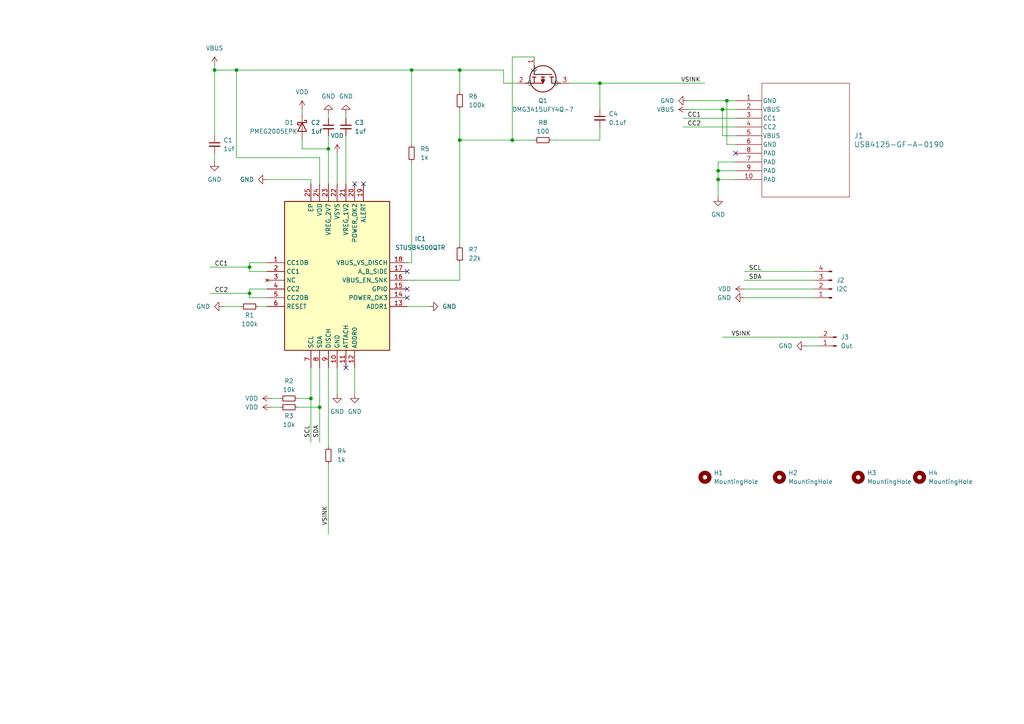
<source format=kicad_sch>
(kicad_sch (version 20230121) (generator eeschema)
  (paper "A4")
  (lib_symbols
    (symbol "Connector:Conn_01x02_Pin" (pin_names (offset 1.016) hide)
      (property "Reference" "J" (at 0 2.54 0))
      (property "Value" "Conn_01x02_Pin" (at 0 -5.08 0))
      (symbol "Conn_01x02_Pin_1_1"
        (polyline (pts (xy 1.27 -2.54) (xy 0.8636 -2.54)) (stroke (width 0.1524)))
        (polyline (pts (xy 1.27 0) (xy 0.8636 0)) (stroke (width 0.1524)))
        (rectangle (start 0.8636 -2.413) (end 0 -2.667) (stroke (width 0.1524)) (fill (type outline)))
        (rectangle (start 0.8636 0.127) (end 0 -0.127) (stroke (width 0.1524)) (fill (type outline)))
        (pin passive line (at 5.08 0 180) (length 3.81) (name "Pin_1") (number "1"))
        (pin passive line (at 5.08 -2.54 180) (length 3.81) (name "Pin_2") (number "2"))
      )
    )
    (symbol "Connector:Conn_01x04_Pin" (pin_names (offset 1.016) hide)
      (property "Reference" "J" (at 0 5.08 0))
      (property "Value" "Conn_01x04_Pin" (at 0 -7.62 0))
      (symbol "Conn_01x04_Pin_1_1"
        (polyline (pts (xy 1.27 -5.08) (xy 0.8636 -5.08)) (stroke (width 0.1524)))
        (polyline (pts (xy 1.27 -2.54) (xy 0.8636 -2.54)) (stroke (width 0.1524)))
        (polyline (pts (xy 1.27 0) (xy 0.8636 0)) (stroke (width 0.1524)))
        (polyline (pts (xy 1.27 2.54) (xy 0.8636 2.54)) (stroke (width 0.1524)))
        (rectangle (start 0.8636 -4.953) (end 0 -5.207) (stroke (width 0.1524)) (fill (type outline)))
        (rectangle (start 0.8636 -2.413) (end 0 -2.667) (stroke (width 0.1524)) (fill (type outline)))
        (rectangle (start 0.8636 0.127) (end 0 -0.127) (stroke (width 0.1524)) (fill (type outline)))
        (rectangle (start 0.8636 2.667) (end 0 2.413) (stroke (width 0.1524)) (fill (type outline)))
        (pin passive line (at 5.08 2.54 180) (length 3.81) (name "Pin_1") (number "1"))
        (pin passive line (at 5.08 0 180) (length 3.81) (name "Pin_2") (number "2"))
        (pin passive line (at 5.08 -2.54 180) (length 3.81) (name "Pin_3") (number "3"))
        (pin passive line (at 5.08 -5.08 180) (length 3.81) (name "Pin_4") (number "4"))
      )
    )
    (symbol "Device:C_Small" (pin_numbers hide) (pin_names (offset 0.254) hide)
      (property "Reference" "C" (at 0.254 1.778 0))
      (property "Value" "C_Small" (at 0.254 -2.032 0))
      (symbol "C_Small_0_1"
        (polyline (pts (xy -1.524 -0.508) (xy 1.524 -0.508)) (stroke (width 0.3302)))
        (polyline (pts (xy -1.524 0.508) (xy 1.524 0.508)) (stroke (width 0.3048)))
      )
      (symbol "C_Small_1_1"
        (pin passive line (at 0 2.54 270) (length 2.032) (name "~") (number "1"))
        (pin passive line (at 0 -2.54 90) (length 2.032) (name "~") (number "2"))
      )
    )
    (symbol "Device:D_Schottky" (pin_numbers hide) (pin_names (offset 1.016) hide)
      (property "Reference" "D" (at 0 2.54 0))
      (property "Value" "D_Schottky" (at 0 -2.54 0))
      (symbol "D_Schottky_0_1"
        (polyline (pts (xy 1.27 0) (xy -1.27 0)))
        (polyline (pts (xy 1.27 1.27) (xy 1.27 -1.27) (xy -1.27 0) (xy 1.27 1.27)) (stroke (width 0.254)))
        (polyline (pts (xy -1.905 0.635) (xy -1.905 1.27) (xy -1.27 1.27) (xy -1.27 -1.27) (xy -0.635 -1.27) (xy -0.635 -0.635)) (stroke (width 0.254)))
      )
      (symbol "D_Schottky_1_1"
        (pin passive line (at -3.81 0 0) (length 2.54) (name "K") (number "1"))
        (pin passive line (at 3.81 0 180) (length 2.54) (name "A") (number "2"))
      )
    )
    (symbol "Device:R_Small" (pin_numbers hide) (pin_names (offset 0.254) hide)
      (property "Reference" "R" (at 0.762 0.508 0))
      (property "Value" "R_Small" (at 0.762 -1.016 0))
      (symbol "R_Small_0_1"
        (rectangle (start -0.762 1.778) (end 0.762 -1.778) (stroke (width 0.2032)))
      )
      (symbol "R_Small_1_1"
        (pin passive line (at 0 2.54 270) (length 0.762) (name "~") (number "1"))
        (pin passive line (at 0 -2.54 90) (length 0.762) (name "~") (number "2"))
      )
    )
    (symbol "Mechanical:MountingHole" (pin_names (offset 1.016))
      (property "Reference" "H" (at 0 5.08 0))
      (property "Value" "MountingHole" (at 0 3.175 0))
      (symbol "MountingHole_0_1"
        (circle (center 0 0) (radius 1.27) (stroke (width 1.27)))
      )
    )
    (symbol "mosfet:DMG3415UFY4Q-7"
      (property "Reference" "Q" (at 11.43 3.81 0))
      (property "Value" "DMG3415UFY4Q-7" (at 11.43 1.27 0))
      (symbol "DMG3415UFY4Q-7_1_1"
        (polyline (pts (xy 2.54 0) (xy 5.08 0)) (stroke (width 0.254)))
        (polyline (pts (xy 5.08 5.08) (xy 5.08 0)) (stroke (width 0.254)))
        (polyline (pts (xy 5.842 -0.508) (xy 5.842 0.508)) (stroke (width 0.254)))
        (polyline (pts (xy 5.842 0) (xy 7.62 0)) (stroke (width 0.254)))
        (polyline (pts (xy 5.842 2.032) (xy 5.842 3.048)) (stroke (width 0.254)))
        (polyline (pts (xy 5.842 5.588) (xy 5.842 4.572)) (stroke (width 0.254)))
        (polyline (pts (xy 7.62 2.54) (xy 5.842 2.54)) (stroke (width 0.254)))
        (polyline (pts (xy 7.62 2.54) (xy 7.62 -2.54)) (stroke (width 0.254)))
        (polyline (pts (xy 7.62 5.08) (xy 5.842 5.08)) (stroke (width 0.254)))
        (polyline (pts (xy 7.62 5.08) (xy 7.62 7.62)) (stroke (width 0.254)))
        (polyline (pts (xy 7.62 2.54) (xy 6.604 3.048) (xy 6.604 2.032) (xy 7.62 2.54)) (stroke (width 0.254)) (fill (type outline)))
        (circle (center 6.35 2.54) (radius 3.81) (stroke (width 0.254)))
        (pin passive line (at 0 0 0) (length 2.54) (name "G") (number "1"))
        (pin passive line (at 7.62 -5.08 90) (length 2.54) (name "S") (number "2"))
        (pin passive line (at 7.62 10.16 270) (length 2.54) (name "D") (number "3"))
      )
    )
    (symbol "pd-sink:STUSB4500QTR"
      (property "Reference" "IC" (at 36.83 22.86 0))
      (property "Value" "STUSB4500QTR" (at 36.83 20.32 0))
      (symbol "STUSB4500QTR_1_1"
        (rectangle (start 5.08 17.78) (end 35.56 -25.4) (stroke (width 0.254)) (fill (type background)))
        (pin passive line (at 0 0 0) (length 5.08) (name "CC1DB") (number "1"))
        (pin passive line (at 20.32 -30.48 90) (length 5.08) (name "GND") (number "10"))
        (pin passive line (at 22.86 -30.48 90) (length 5.08) (name "ATTACH") (number "11"))
        (pin passive line (at 25.4 -30.48 90) (length 5.08) (name "ADDR0") (number "12"))
        (pin passive line (at 40.64 -12.7 180) (length 5.08) (name "ADDR1") (number "13"))
        (pin passive line (at 40.64 -10.16 180) (length 5.08) (name "POWER_OK3") (number "14"))
        (pin passive line (at 40.64 -7.62 180) (length 5.08) (name "GPIO") (number "15"))
        (pin passive line (at 40.64 -5.08 180) (length 5.08) (name "VBUS_EN_SNK") (number "16"))
        (pin passive line (at 40.64 -2.54 180) (length 5.08) (name "A_B_SIDE") (number "17"))
        (pin passive line (at 40.64 0 180) (length 5.08) (name "VBUS_VS_DISCH") (number "18"))
        (pin passive line (at 27.94 22.86 270) (length 5.08) (name "ALERT") (number "19"))
        (pin passive line (at 0 -2.54 0) (length 5.08) (name "CC1") (number "2"))
        (pin passive line (at 25.4 22.86 270) (length 5.08) (name "POWER_OK2") (number "20"))
        (pin passive line (at 22.86 22.86 270) (length 5.08) (name "VREG_1V2") (number "21"))
        (pin passive line (at 20.32 22.86 270) (length 5.08) (name "VSYS") (number "22"))
        (pin passive line (at 17.78 22.86 270) (length 5.08) (name "VREG_2V7") (number "23"))
        (pin passive line (at 15.24 22.86 270) (length 5.08) (name "VDD") (number "24"))
        (pin passive line (at 12.7 22.86 270) (length 5.08) (name "EP") (number "25"))
        (pin no_connect line (at 0 -5.08 0) (length 5.08) (name "NC") (number "3"))
        (pin passive line (at 0 -7.62 0) (length 5.08) (name "CC2") (number "4"))
        (pin passive line (at 0 -10.16 0) (length 5.08) (name "CC2DB") (number "5"))
        (pin passive line (at 0 -12.7 0) (length 5.08) (name "RESET") (number "6"))
        (pin passive line (at 12.7 -30.48 90) (length 5.08) (name "SCL") (number "7"))
        (pin passive line (at 15.24 -30.48 90) (length 5.08) (name "SDA") (number "8"))
        (pin passive line (at 17.78 -30.48 90) (length 5.08) (name "DISCH") (number "9"))
      )
    )
    (symbol "power:GND" (power) (pin_names (offset 0))
      (property "Value" "GND" (at 0 -3.81 0))
      (symbol "GND_0_1"
        (polyline (pts (xy 0 0) (xy 0 -1.27) (xy 1.27 -1.27) (xy 0 -2.54) (xy -1.27 -1.27) (xy 0 -1.27)))
      )
      (symbol "GND_1_1"
        (pin power_in line (at 0 0 270) (length 0) hide (name "GND") (number "1"))
      )
    )
    (symbol "power:VBUS" (power) (pin_names (offset 0))
      (property "Value" "VBUS" (at 0 3.81 0))
      (symbol "VBUS_0_1"
        (polyline (pts (xy -0.762 1.27) (xy 0 2.54)))
        (polyline (pts (xy 0 0) (xy 0 2.54)))
        (polyline (pts (xy 0 2.54) (xy 0.762 1.27)))
      )
      (symbol "VBUS_1_1"
        (pin power_in line (at 0 0 90) (length 0) hide (name "VBUS") (number "1"))
      )
    )
    (symbol "power:VDD" (power) (pin_names (offset 0))
      (property "Value" "VDD" (at 0 3.81 0))
      (symbol "VDD_0_1"
        (polyline (pts (xy -0.762 1.27) (xy 0 2.54)))
        (polyline (pts (xy 0 0) (xy 0 2.54)))
        (polyline (pts (xy 0 2.54) (xy 0.762 1.27)))
      )
      (symbol "VDD_1_1"
        (pin power_in line (at 0 0 90) (length 0) hide (name "VDD") (number "1"))
      )
    )
    (symbol "usb-conn:USB4125-GF-A-0190" (pin_names (offset 0.254))
      (property "Reference" "J" (at 20.32 10.16 0))
      (property "Value" "USB4125-GF-A-0190" (at 20.32 7.62 0))
      (symbol "USB4125-GF-A-0190_0_1"
        (polyline (pts (xy 7.62 -27.94) (xy 33.02 -27.94)) (stroke (width 0.127)))
        (polyline (pts (xy 7.62 5.08) (xy 7.62 -27.94)) (stroke (width 0.127)))
        (polyline (pts (xy 33.02 -27.94) (xy 33.02 5.08)) (stroke (width 0.127)))
        (polyline (pts (xy 33.02 5.08) (xy 7.62 5.08)) (stroke (width 0.127)))
      )
      (symbol "USB4125-GF-A-0190_1_1"
        (pin power_in line (at 0 0 0) (length 7.62) (name "GND") (number "1"))
        (pin power_in line (at 0 -22.86 0) (length 7.62) (name "PAD") (number "10"))
        (pin power_in line (at 0 -2.54 0) (length 7.62) (name "VBUS") (number "2"))
        (pin open_emitter line (at 0 -5.08 0) (length 7.62) (name "CC1") (number "3"))
        (pin open_emitter line (at 0 -7.62 0) (length 7.62) (name "CC2") (number "4"))
        (pin power_in line (at 0 -10.16 0) (length 7.62) (name "VBUS") (number "5"))
        (pin power_in line (at 0 -12.7 0) (length 7.62) (name "GND") (number "6"))
        (pin power_in line (at 0 -17.78 0) (length 7.62) (name "PAD") (number "7"))
        (pin power_in line (at 0 -15.24 0) (length 7.62) (name "PAD") (number "8"))
        (pin power_in line (at 0 -20.32 0) (length 7.62) (name "PAD") (number "9"))
      )
    )
  )
  (junction (at 68.58 20.32))
  (junction (at 119.38 20.32))
  (junction (at 210.82 29.21))
  (junction (at 95.25 43.18))
  (junction (at 208.28 49.53))
  (junction (at 72.39 85.09))
  (junction (at 62.23 20.32))
  (junction (at 148.59 40.64))
  (junction (at 72.39 77.47))
  (junction (at 92.71 118.11))
  (junction (at 133.35 40.64))
  (junction (at 208.28 52.07))
  (junction (at 209.55 31.75))
  (junction (at 173.99 24.13))
  (junction (at 133.35 20.32))
  (junction (at 90.17 115.57))
  (no_connect (at 213.36 44.45))
  (no_connect (at 105.41 53.34))
  (no_connect (at 118.11 78.74))
  (no_connect (at 118.11 86.36))
  (no_connect (at 102.87 53.34))
  (no_connect (at 118.11 83.82))
  (no_connect (at 100.33 106.68))
  (wire (pts (xy 90.17 115.57) (xy 90.17 128.27)))
  (wire (pts (xy 97.79 44.45) (xy 97.79 53.34)))
  (wire (pts (xy 215.9 83.82) (xy 236.22 83.82)))
  (wire (pts (xy 210.82 41.91) (xy 210.82 29.21)))
  (wire (pts (xy 119.38 20.32) (xy 119.38 41.91)))
  (wire (pts (xy 119.38 76.2) (xy 119.38 46.99)))
  (wire (pts (xy 62.23 19.05) (xy 62.23 20.32)))
  (wire (pts (xy 77.47 83.82) (xy 72.39 83.82)))
  (wire (pts (xy 62.23 44.45) (xy 62.23 46.99)))
  (wire (pts (xy 215.9 78.74) (xy 236.22 78.74)))
  (wire (pts (xy 95.25 43.18) (xy 95.25 53.34)))
  (wire (pts (xy 102.87 106.68) (xy 102.87 114.3)))
  (wire (pts (xy 208.28 52.07) (xy 208.28 57.15)))
  (wire (pts (xy 148.59 16.51) (xy 148.59 40.64)))
  (wire (pts (xy 64.77 88.9) (xy 69.85 88.9)))
  (wire (pts (xy 62.23 20.32) (xy 68.58 20.32)))
  (wire (pts (xy 209.55 39.37) (xy 209.55 31.75)))
  (wire (pts (xy 198.12 36.83) (xy 213.36 36.83)))
  (wire (pts (xy 86.36 115.57) (xy 90.17 115.57)))
  (wire (pts (xy 215.9 86.36) (xy 236.22 86.36)))
  (wire (pts (xy 72.39 83.82) (xy 72.39 85.09)))
  (wire (pts (xy 77.47 76.2) (xy 72.39 76.2)))
  (wire (pts (xy 208.28 46.99) (xy 213.36 46.99)))
  (wire (pts (xy 199.39 29.21) (xy 210.82 29.21)))
  (wire (pts (xy 133.35 40.64) (xy 148.59 40.64)))
  (wire (pts (xy 95.25 134.62) (xy 95.25 154.94)))
  (wire (pts (xy 208.28 49.53) (xy 208.28 52.07)))
  (wire (pts (xy 146.05 20.32) (xy 133.35 20.32)))
  (wire (pts (xy 87.63 43.18) (xy 95.25 43.18)))
  (wire (pts (xy 60.96 77.47) (xy 72.39 77.47)))
  (wire (pts (xy 118.11 76.2) (xy 119.38 76.2)))
  (wire (pts (xy 95.25 33.02) (xy 95.25 34.29)))
  (wire (pts (xy 173.99 36.83) (xy 173.99 40.64)))
  (wire (pts (xy 133.35 40.64) (xy 133.35 71.12)))
  (wire (pts (xy 87.63 31.75) (xy 87.63 33.02)))
  (wire (pts (xy 90.17 53.34) (xy 90.17 52.07)))
  (wire (pts (xy 68.58 20.32) (xy 119.38 20.32)))
  (wire (pts (xy 119.38 20.32) (xy 133.35 20.32)))
  (wire (pts (xy 199.39 31.75) (xy 209.55 31.75)))
  (wire (pts (xy 90.17 106.68) (xy 90.17 115.57)))
  (wire (pts (xy 74.93 88.9) (xy 77.47 88.9)))
  (wire (pts (xy 92.71 118.11) (xy 92.71 128.27)))
  (wire (pts (xy 208.28 49.53) (xy 213.36 49.53)))
  (wire (pts (xy 87.63 40.64) (xy 87.63 43.18)))
  (wire (pts (xy 92.71 53.34) (xy 92.71 45.72)))
  (wire (pts (xy 154.94 16.51) (xy 148.59 16.51)))
  (wire (pts (xy 210.82 29.21) (xy 213.36 29.21)))
  (wire (pts (xy 146.05 24.13) (xy 146.05 20.32)))
  (wire (pts (xy 72.39 85.09) (xy 72.39 86.36)))
  (wire (pts (xy 233.68 100.33) (xy 237.49 100.33)))
  (wire (pts (xy 149.86 24.13) (xy 146.05 24.13)))
  (wire (pts (xy 133.35 81.28) (xy 133.35 76.2)))
  (wire (pts (xy 173.99 24.13) (xy 204.47 24.13)))
  (wire (pts (xy 86.36 118.11) (xy 92.71 118.11)))
  (wire (pts (xy 95.25 106.68) (xy 95.25 129.54)))
  (wire (pts (xy 118.11 88.9) (xy 124.46 88.9)))
  (wire (pts (xy 72.39 78.74) (xy 77.47 78.74)))
  (wire (pts (xy 95.25 39.37) (xy 95.25 43.18)))
  (wire (pts (xy 213.36 39.37) (xy 209.55 39.37)))
  (wire (pts (xy 72.39 77.47) (xy 72.39 78.74)))
  (wire (pts (xy 215.9 81.28) (xy 236.22 81.28)))
  (wire (pts (xy 100.33 33.02) (xy 100.33 34.29)))
  (wire (pts (xy 92.71 106.68) (xy 92.71 118.11)))
  (wire (pts (xy 92.71 45.72) (xy 68.58 45.72)))
  (wire (pts (xy 118.11 81.28) (xy 133.35 81.28)))
  (wire (pts (xy 62.23 20.32) (xy 62.23 39.37)))
  (wire (pts (xy 68.58 45.72) (xy 68.58 20.32)))
  (wire (pts (xy 72.39 86.36) (xy 77.47 86.36)))
  (wire (pts (xy 198.12 34.29) (xy 213.36 34.29)))
  (wire (pts (xy 133.35 31.75) (xy 133.35 40.64)))
  (wire (pts (xy 90.17 52.07) (xy 77.47 52.07)))
  (wire (pts (xy 72.39 76.2) (xy 72.39 77.47)))
  (wire (pts (xy 173.99 40.64) (xy 160.02 40.64)))
  (wire (pts (xy 148.59 40.64) (xy 154.94 40.64)))
  (wire (pts (xy 208.28 46.99) (xy 208.28 49.53)))
  (wire (pts (xy 100.33 39.37) (xy 100.33 53.34)))
  (wire (pts (xy 209.55 97.79) (xy 237.49 97.79)))
  (wire (pts (xy 97.79 106.68) (xy 97.79 114.3)))
  (wire (pts (xy 173.99 24.13) (xy 173.99 31.75)))
  (wire (pts (xy 213.36 41.91) (xy 210.82 41.91)))
  (wire (pts (xy 133.35 20.32) (xy 133.35 26.67)))
  (wire (pts (xy 165.1 24.13) (xy 173.99 24.13)))
  (wire (pts (xy 78.74 118.11) (xy 81.28 118.11)))
  (wire (pts (xy 60.96 85.09) (xy 72.39 85.09)))
  (wire (pts (xy 209.55 31.75) (xy 213.36 31.75)))
  (wire (pts (xy 208.28 52.07) (xy 213.36 52.07)))
  (wire (pts (xy 78.74 115.57) (xy 81.28 115.57)))
  (label "CC1" (at 199.39 34.29 0))
  (label "VSINK" (at 203.2 24.13 180))
  (label "SCL" (at 90.17 127 90))
  (label "SCL" (at 217.17 78.74 0))
  (label "VSINK" (at 95.25 152.4 90))
  (label "CC1" (at 62.23 77.47 0))
  (label "VSINK" (at 212.09 97.79 0))
  (label "CC2" (at 199.39 36.83 0))
  (label "SDA" (at 92.71 127 90))
  (label "SDA" (at 217.17 81.28 0))
  (label "CC2" (at 62.23 85.09 0))
  (symbol (lib_id "Device:R_Small") (at 119.38 44.45 0) (unit 1)
    (property "Reference" "R5" (at 121.92 43.18 0) (effects (justify left)))
    (property "Value" "1k" (at 121.92 45.72 0) (effects (justify left)))
    (property "Footprint" "Resistor_SMD:R_0603_1608Metric" (effects hide))
  )
  (symbol (lib_id "Connector:Conn_01x02_Pin") (at 242.57 100.33 180) (unit 1)
    (property "Reference" "J3" (at 243.84 97.79 0) (effects (justify right)))
    (property "Value" "Out" (at 243.84 100.33 0) (effects (justify right)))
    (property "Footprint" "Connector_JST:JST_XA_B02B-XASK-1_1x02_P2.50mm_Vertical" (effects hide))
  )
  (symbol (lib_id "Device:R_Small") (at 83.82 115.57 90) (unit 1)
    (property "Reference" "R2" (at 83.82 110.49 90))
    (property "Value" "10k" (at 83.82 113.03 90))
    (property "Footprint" "Resistor_SMD:R_0603_1608Metric" (effects hide))
  )
  (symbol (lib_id "power:VDD") (at 78.74 115.57 90) (unit 1)
    (property "Reference" "#PWR05" (effects hide))
    (property "Value" "VDD" (at 74.93 115.57 90) (effects (justify left)))
  )
  (symbol (lib_id "Device:R_Small") (at 95.25 132.08 0) (unit 1)
    (property "Reference" "R4" (at 97.79 130.81 0) (effects (justify left)))
    (property "Value" "1k" (at 97.79 133.35 0) (effects (justify left)))
    (property "Footprint" "Resistor_SMD:R_0603_1608Metric" (effects hide))
  )
  (symbol (lib_id "power:GND") (at 208.28 57.15 0) (unit 1)
    (property "Reference" "#PWR016" (effects hide))
    (property "Value" "GND" (at 208.28 62.23 0))
  )
  (symbol (lib_id "Device:R_Small") (at 83.82 118.11 270) (unit 1)
    (property "Reference" "R3" (at 83.82 120.65 90))
    (property "Value" "10k" (at 83.82 123.19 90))
    (property "Footprint" "Resistor_SMD:R_0603_1608Metric" (effects hide))
  )
  (symbol (lib_id "Mechanical:MountingHole") (at 226.06 138.43 0) (unit 1)
    (property "Reference" "H2" (at 228.6 137.16 0) (effects (justify left)))
    (property "Value" "MountingHole" (at 228.6 139.7 0) (effects (justify left)))
    (property "Footprint" "MountingHole:MountingHole_2.2mm_M2" (effects hide))
  )
  (symbol (lib_id "power:GND") (at 215.9 86.36 270) (unit 1)
    (property "Reference" "#PWR018" (effects hide))
    (property "Value" "GND" (at 212.09 86.36 90) (effects (justify right)))
  )
  (symbol (lib_id "usb-conn:USB4125-GF-A-0190") (at 213.36 29.21 0) (unit 1)
    (property "Reference" "J1" (at 247.65 39.37 0) (effects (font (size 1.524 1.524)) (justify left)))
    (property "Value" "USB4125-GF-A-0190" (at 247.65 41.91 0) (effects (font (size 1.524 1.524)) (justify left)))
    (property "Footprint" "usb-conn:CONN6_125-GF-A-0190_GCT" (effects hide))
    (property "Datasheet" "USB4125-GF-A-0190" (effects hide))
  )
  (symbol (lib_id "Device:C_Small") (at 100.33 36.83 0) (unit 1)
    (property "Reference" "C3" (at 102.87 35.5663 0) (effects (justify left)))
    (property "Value" "1uf" (at 102.87 38.1063 0) (effects (justify left)))
    (property "Footprint" "Capacitor_SMD:C_0603_1608Metric" (effects hide))
  )
  (symbol (lib_id "Device:D_Schottky") (at 87.63 36.83 270) (unit 1)
    (property "Reference" "D1" (at 82.55 35.56 90) (effects (justify left)))
    (property "Value" "PMEG2005EPK" (at 72.39 38.1 90) (effects (justify left)))
    (property "Footprint" "shottky:PMEG2005EPKQYL" (effects hide))
  )
  (symbol (lib_id "power:GND") (at 100.33 33.02 180) (unit 1)
    (property "Reference" "#PWR011" (effects hide))
    (property "Value" "GND" (at 100.33 27.94 0))
  )
  (symbol (lib_id "power:GND") (at 64.77 88.9 270) (unit 1)
    (property "Reference" "#PWR03" (effects hide))
    (property "Value" "GND" (at 60.96 88.9 90) (effects (justify right)))
  )
  (symbol (lib_id "Device:R_Small") (at 133.35 29.21 0) (unit 1)
    (property "Reference" "R6" (at 135.89 27.94 0) (effects (justify left)))
    (property "Value" "100k" (at 135.89 30.48 0) (effects (justify left)))
    (property "Footprint" "Resistor_SMD:R_0603_1608Metric" (effects hide))
  )
  (symbol (lib_id "Device:R_Small") (at 72.39 88.9 90) (unit 1)
    (property "Reference" "R1" (at 72.39 91.44 90))
    (property "Value" "100k" (at 72.39 93.98 90))
    (property "Footprint" "Resistor_SMD:R_0603_1608Metric" (effects hide))
  )
  (symbol (lib_id "Device:C_Small") (at 95.25 36.83 0) (unit 1)
    (property "Reference" "C2" (at 90.17 35.56 0) (effects (justify left)))
    (property "Value" "1uf" (at 90.17 38.1 0) (effects (justify left)))
    (property "Footprint" "Capacitor_SMD:C_0603_1608Metric" (effects hide))
  )
  (symbol (lib_id "power:GND") (at 62.23 46.99 0) (unit 1)
    (property "Reference" "#PWR02" (effects hide))
    (property "Value" "GND" (at 62.23 52.07 0))
  )
  (symbol (lib_id "power:GND") (at 77.47 52.07 270) (unit 1)
    (property "Reference" "#PWR04" (effects hide))
    (property "Value" "GND" (at 73.66 52.07 90) (effects (justify right)))
  )
  (symbol (lib_id "Device:R_Small") (at 157.48 40.64 90) (unit 1)
    (property "Reference" "R8" (at 157.48 35.56 90))
    (property "Value" "100" (at 157.48 38.1 90))
    (property "Footprint" "Resistor_SMD:R_0603_1608Metric" (effects hide))
  )
  (symbol (lib_id "Mechanical:MountingHole") (at 248.92 138.43 0) (unit 1)
    (property "Reference" "H3" (at 251.46 137.16 0) (effects (justify left)))
    (property "Value" "MountingHole" (at 251.46 139.7 0) (effects (justify left)))
    (property "Footprint" "MountingHole:MountingHole_2.2mm_M2" (effects hide))
  )
  (symbol (lib_id "power:VDD") (at 87.63 31.75 0) (unit 1)
    (property "Reference" "#PWR07" (effects hide))
    (property "Value" "VDD" (at 87.63 26.67 0))
  )
  (symbol (lib_id "power:VBUS") (at 62.23 19.05 0) (unit 1)
    (property "Reference" "#PWR01" (effects hide))
    (property "Value" "VBUS" (at 62.23 13.97 0))
  )
  (symbol (lib_id "power:GND") (at 102.87 114.3 0) (unit 1)
    (property "Reference" "#PWR012" (effects hide))
    (property "Value" "GND" (at 102.87 119.38 0))
  )
  (symbol (lib_id "power:VDD") (at 97.79 44.45 0) (unit 1)
    (property "Reference" "#PWR09" (effects hide))
    (property "Value" "VDD" (at 97.79 39.37 0))
  )
  (symbol (lib_id "Device:C_Small") (at 173.99 34.29 0) (unit 1)
    (property "Reference" "C4" (at 176.53 33.0263 0) (effects (justify left)))
    (property "Value" "0.1uf" (at 176.53 35.5663 0) (effects (justify left)))
    (property "Footprint" "Capacitor_SMD:C_0603_1608Metric" (effects hide))
  )
  (symbol (lib_id "power:VBUS") (at 199.39 31.75 90) (unit 1)
    (property "Reference" "#PWR015" (effects hide))
    (property "Value" "VBUS" (at 195.58 31.75 90) (effects (justify left)))
  )
  (symbol (lib_id "Connector:Conn_01x04_Pin") (at 241.3 83.82 180) (unit 1)
    (property "Reference" "J2" (at 242.57 81.28 0) (effects (justify right)))
    (property "Value" "I2C" (at 242.57 83.82 0) (effects (justify right)))
    (property "Footprint" "Connector_JST:JST_PH_B4B-PH-K_1x04_P2.00mm_Vertical" (effects hide))
  )
  (symbol (lib_id "power:GND") (at 199.39 29.21 270) (unit 1)
    (property "Reference" "#PWR014" (effects hide))
    (property "Value" "GND" (at 195.58 29.21 90) (effects (justify right)))
  )
  (symbol (lib_id "power:VDD") (at 215.9 83.82 90) (unit 1)
    (property "Reference" "#PWR017" (effects hide))
    (property "Value" "VDD" (at 212.09 83.82 90) (effects (justify left)))
  )
  (symbol (lib_id "power:GND") (at 233.68 100.33 270) (unit 1)
    (property "Reference" "#PWR019" (effects hide))
    (property "Value" "GND" (at 229.87 100.33 90) (effects (justify right)))
  )
  (symbol (lib_id "power:GND") (at 124.46 88.9 90) (unit 1)
    (property "Reference" "#PWR013" (effects hide))
    (property "Value" "GND" (at 128.27 88.9 90) (effects (justify right)))
  )
  (symbol (lib_id "Device:R_Small") (at 133.35 73.66 0) (unit 1)
    (property "Reference" "R7" (at 135.89 72.39 0) (effects (justify left)))
    (property "Value" "22k" (at 135.89 74.93 0) (effects (justify left)))
    (property "Footprint" "Resistor_SMD:R_0603_1608Metric" (effects hide))
  )
  (symbol (lib_id "Device:C_Small") (at 62.23 41.91 0) (unit 1)
    (property "Reference" "C1" (at 64.77 40.6463 0) (effects (justify left)))
    (property "Value" "1uf" (at 64.77 43.1863 0) (effects (justify left)))
    (property "Footprint" "Capacitor_SMD:C_0603_1608Metric" (effects hide))
  )
  (symbol (lib_id "mosfet:DMG3415UFY4Q-7") (at 154.94 16.51 270) (unit 1)
    (property "Reference" "Q1" (at 157.48 29.21 90))
    (property "Value" "DMG3415UFY4Q-7" (at 157.48 31.75 90))
    (property "Footprint" "mosfet:DMG3415UFY47" (effects hide))
    (property "Datasheet" "https://www.diodes.com/assets/Datasheets/DMG3415UFY4Q.pdf" (effects hide))
    (property "Manufacturer_Name" "Diodes Incorporated" (effects hide))
    (property "Manufacturer_Part_Number" "DMG3415UFY4Q-7" (effects hide))
  )
  (symbol (lib_id "pd-sink:STUSB4500QTR") (at 77.47 76.2 0) (unit 1)
    (property "Reference" "IC1" (at 121.92 69.2719 0))
    (property "Value" "STUSB4500QTR" (at 121.92 71.8119 0))
    (property "Footprint" "pd-sink:QFN50P400X400X100-25N-D" (effects hide))
    (property "Datasheet" "https://www.st.com/resource/en/datasheet/stusb4500.pdf" (effects hide))
    (property "Height" "1" (effects hide))
    (property "Manufacturer_Name" "STMicroelectronics" (effects hide))
    (property "Manufacturer_Part_Number" "STUSB4500QTR" (effects hide))
  )
  (symbol (lib_id "power:GND") (at 95.25 33.02 180) (unit 1)
    (property "Reference" "#PWR08" (effects hide))
    (property "Value" "GND" (at 95.25 27.94 0))
  )
  (symbol (lib_id "Mechanical:MountingHole") (at 204.47 138.43 0) (unit 1)
    (property "Reference" "H1" (at 207.01 137.16 0) (effects (justify left)))
    (property "Value" "MountingHole" (at 207.01 139.7 0) (effects (justify left)))
    (property "Footprint" "MountingHole:MountingHole_2.2mm_M2" (effects hide))
  )
  (symbol (lib_id "power:VDD") (at 78.74 118.11 90) (unit 1)
    (property "Reference" "#PWR06" (effects hide))
    (property "Value" "VDD" (at 74.93 118.11 90) (effects (justify left)))
  )
  (symbol (lib_id "power:GND") (at 97.79 114.3 0) (unit 1)
    (property "Reference" "#PWR010" (effects hide))
    (property "Value" "GND" (at 97.79 119.38 0))
  )
  (symbol (lib_id "Mechanical:MountingHole") (at 266.7 138.43 0) (unit 1)
    (property "Reference" "H4" (at 269.24 137.16 0) (effects (justify left)))
    (property "Value" "MountingHole" (at 269.24 139.7 0) (effects (justify left)))
    (property "Footprint" "MountingHole:MountingHole_2.2mm_M2" (effects hide))
  )
)
</source>
